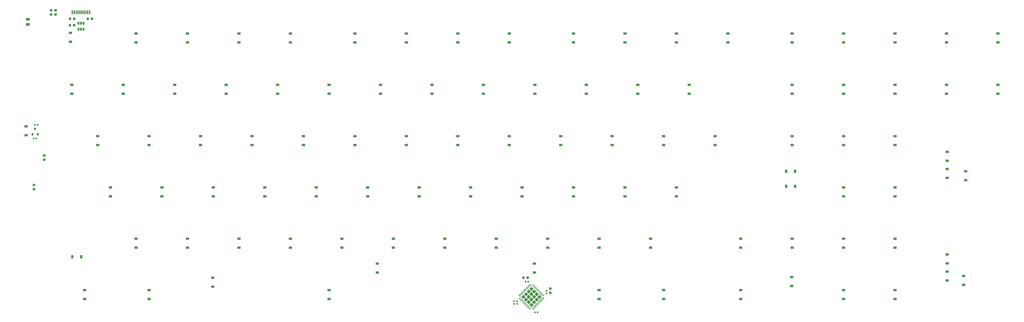
<source format=gbr>
G04 #@! TF.GenerationSoftware,KiCad,Pcbnew,(5.1.7)-1*
G04 #@! TF.CreationDate,2020-11-06T22:12:29-08:00*
G04 #@! TF.ProjectId,PCBV3,50434256-332e-46b6-9963-61645f706362,rev?*
G04 #@! TF.SameCoordinates,Original*
G04 #@! TF.FileFunction,Paste,Bot*
G04 #@! TF.FilePolarity,Positive*
%FSLAX46Y46*%
G04 Gerber Fmt 4.6, Leading zero omitted, Abs format (unit mm)*
G04 Created by KiCad (PCBNEW (5.1.7)-1) date 2020-11-06 22:12:29*
%MOMM*%
%LPD*%
G01*
G04 APERTURE LIST*
%ADD10R,0.900000X1.200000*%
%ADD11R,0.650000X1.060000*%
%ADD12R,1.200000X0.900000*%
%ADD13R,0.600000X1.450000*%
%ADD14R,0.300000X1.450000*%
%ADD15R,0.800000X0.900000*%
G04 APERTURE END LIST*
D10*
X107887500Y-173831250D03*
X111187500Y-173831250D03*
X372206250Y-142081250D03*
X375506250Y-142081250D03*
D11*
X111125000Y-87165000D03*
X112075000Y-87165000D03*
X110175000Y-87165000D03*
X110175000Y-89365000D03*
X111125000Y-89365000D03*
X112075000Y-89365000D03*
G36*
G01*
X108173000Y-88140250D02*
X108173000Y-87627750D01*
G75*
G02*
X108391750Y-87409000I218750J0D01*
G01*
X108829250Y-87409000D01*
G75*
G02*
X109048000Y-87627750I0J-218750D01*
G01*
X109048000Y-88140250D01*
G75*
G02*
X108829250Y-88359000I-218750J0D01*
G01*
X108391750Y-88359000D01*
G75*
G02*
X108173000Y-88140250I0J218750D01*
G01*
G37*
G36*
G01*
X106598000Y-88140250D02*
X106598000Y-87627750D01*
G75*
G02*
X106816750Y-87409000I218750J0D01*
G01*
X107254250Y-87409000D01*
G75*
G02*
X107473000Y-87627750I0J-218750D01*
G01*
X107473000Y-88140250D01*
G75*
G02*
X107254250Y-88359000I-218750J0D01*
G01*
X106816750Y-88359000D01*
G75*
G02*
X106598000Y-88140250I0J218750D01*
G01*
G37*
G36*
G01*
X114777000Y-85727250D02*
X114777000Y-85214750D01*
G75*
G02*
X114995750Y-84996000I218750J0D01*
G01*
X115433250Y-84996000D01*
G75*
G02*
X115652000Y-85214750I0J-218750D01*
G01*
X115652000Y-85727250D01*
G75*
G02*
X115433250Y-85946000I-218750J0D01*
G01*
X114995750Y-85946000D01*
G75*
G02*
X114777000Y-85727250I0J218750D01*
G01*
G37*
G36*
G01*
X113202000Y-85727250D02*
X113202000Y-85214750D01*
G75*
G02*
X113420750Y-84996000I218750J0D01*
G01*
X113858250Y-84996000D01*
G75*
G02*
X114077000Y-85214750I0J-218750D01*
G01*
X114077000Y-85727250D01*
G75*
G02*
X113858250Y-85946000I-218750J0D01*
G01*
X113420750Y-85946000D01*
G75*
G02*
X113202000Y-85727250I0J218750D01*
G01*
G37*
G36*
G01*
X107473000Y-85214750D02*
X107473000Y-85727250D01*
G75*
G02*
X107254250Y-85946000I-218750J0D01*
G01*
X106816750Y-85946000D01*
G75*
G02*
X106598000Y-85727250I0J218750D01*
G01*
X106598000Y-85214750D01*
G75*
G02*
X106816750Y-84996000I218750J0D01*
G01*
X107254250Y-84996000D01*
G75*
G02*
X107473000Y-85214750I0J-218750D01*
G01*
G37*
G36*
G01*
X109048000Y-85214750D02*
X109048000Y-85727250D01*
G75*
G02*
X108829250Y-85946000I-218750J0D01*
G01*
X108391750Y-85946000D01*
G75*
G02*
X108173000Y-85727250I0J218750D01*
G01*
X108173000Y-85214750D01*
G75*
G02*
X108391750Y-84996000I218750J0D01*
G01*
X108829250Y-84996000D01*
G75*
G02*
X109048000Y-85214750I0J-218750D01*
G01*
G37*
G36*
G01*
X101464400Y-83458800D02*
X101976900Y-83458800D01*
G75*
G02*
X102195650Y-83677550I0J-218750D01*
G01*
X102195650Y-84115050D01*
G75*
G02*
X101976900Y-84333800I-218750J0D01*
G01*
X101464400Y-84333800D01*
G75*
G02*
X101245650Y-84115050I0J218750D01*
G01*
X101245650Y-83677550D01*
G75*
G02*
X101464400Y-83458800I218750J0D01*
G01*
G37*
G36*
G01*
X101464400Y-81883800D02*
X101976900Y-81883800D01*
G75*
G02*
X102195650Y-82102550I0J-218750D01*
G01*
X102195650Y-82540050D01*
G75*
G02*
X101976900Y-82758800I-218750J0D01*
G01*
X101464400Y-82758800D01*
G75*
G02*
X101245650Y-82540050I0J218750D01*
G01*
X101245650Y-82102550D01*
G75*
G02*
X101464400Y-81883800I218750J0D01*
G01*
G37*
G36*
G01*
X100325900Y-82758800D02*
X99813400Y-82758800D01*
G75*
G02*
X99594650Y-82540050I0J218750D01*
G01*
X99594650Y-82102550D01*
G75*
G02*
X99813400Y-81883800I218750J0D01*
G01*
X100325900Y-81883800D01*
G75*
G02*
X100544650Y-82102550I0J-218750D01*
G01*
X100544650Y-82540050D01*
G75*
G02*
X100325900Y-82758800I-218750J0D01*
G01*
G37*
G36*
G01*
X100325900Y-84333800D02*
X99813400Y-84333800D01*
G75*
G02*
X99594650Y-84115050I0J218750D01*
G01*
X99594650Y-83677550D01*
G75*
G02*
X99813400Y-83458800I218750J0D01*
G01*
X100325900Y-83458800D01*
G75*
G02*
X100544650Y-83677550I0J-218750D01*
G01*
X100544650Y-84115050D01*
G75*
G02*
X100325900Y-84333800I-218750J0D01*
G01*
G37*
D12*
X90773250Y-128713500D03*
X90773250Y-125413500D03*
D13*
X114350000Y-83101250D03*
X107900000Y-83101250D03*
X113575000Y-83101250D03*
X108675000Y-83101250D03*
D14*
X109375000Y-83101250D03*
X112875000Y-83101250D03*
X109875000Y-83101250D03*
X112375000Y-83101250D03*
X110375000Y-83101250D03*
X111875000Y-83101250D03*
X111375000Y-83101250D03*
X110875000Y-83101250D03*
D15*
X94126050Y-126355600D03*
X93176050Y-128355600D03*
X95076050Y-128355600D03*
G36*
G01*
X278571314Y-193449475D02*
X278040984Y-192919145D01*
G75*
G02*
X278040984Y-192830757I44194J44194D01*
G01*
X278129372Y-192742369D01*
G75*
G02*
X278217760Y-192742369I44194J-44194D01*
G01*
X278748090Y-193272699D01*
G75*
G02*
X278748090Y-193361087I-44194J-44194D01*
G01*
X278659702Y-193449475D01*
G75*
G02*
X278571314Y-193449475I-44194J44194D01*
G01*
G37*
G36*
G01*
X278924867Y-193095922D02*
X278394537Y-192565592D01*
G75*
G02*
X278394537Y-192477204I44194J44194D01*
G01*
X278482925Y-192388816D01*
G75*
G02*
X278571313Y-192388816I44194J-44194D01*
G01*
X279101643Y-192919146D01*
G75*
G02*
X279101643Y-193007534I-44194J-44194D01*
G01*
X279013255Y-193095922D01*
G75*
G02*
X278924867Y-193095922I-44194J44194D01*
G01*
G37*
G36*
G01*
X279278421Y-192742368D02*
X278748091Y-192212038D01*
G75*
G02*
X278748091Y-192123650I44194J44194D01*
G01*
X278836479Y-192035262D01*
G75*
G02*
X278924867Y-192035262I44194J-44194D01*
G01*
X279455197Y-192565592D01*
G75*
G02*
X279455197Y-192653980I-44194J-44194D01*
G01*
X279366809Y-192742368D01*
G75*
G02*
X279278421Y-192742368I-44194J44194D01*
G01*
G37*
G36*
G01*
X279631974Y-192388815D02*
X279101644Y-191858485D01*
G75*
G02*
X279101644Y-191770097I44194J44194D01*
G01*
X279190032Y-191681709D01*
G75*
G02*
X279278420Y-191681709I44194J-44194D01*
G01*
X279808750Y-192212039D01*
G75*
G02*
X279808750Y-192300427I-44194J-44194D01*
G01*
X279720362Y-192388815D01*
G75*
G02*
X279631974Y-192388815I-44194J44194D01*
G01*
G37*
G36*
G01*
X279985527Y-192035262D02*
X279455197Y-191504932D01*
G75*
G02*
X279455197Y-191416544I44194J44194D01*
G01*
X279543585Y-191328156D01*
G75*
G02*
X279631973Y-191328156I44194J-44194D01*
G01*
X280162303Y-191858486D01*
G75*
G02*
X280162303Y-191946874I-44194J-44194D01*
G01*
X280073915Y-192035262D01*
G75*
G02*
X279985527Y-192035262I-44194J44194D01*
G01*
G37*
G36*
G01*
X280339081Y-191681708D02*
X279808751Y-191151378D01*
G75*
G02*
X279808751Y-191062990I44194J44194D01*
G01*
X279897139Y-190974602D01*
G75*
G02*
X279985527Y-190974602I44194J-44194D01*
G01*
X280515857Y-191504932D01*
G75*
G02*
X280515857Y-191593320I-44194J-44194D01*
G01*
X280427469Y-191681708D01*
G75*
G02*
X280339081Y-191681708I-44194J44194D01*
G01*
G37*
G36*
G01*
X280692634Y-191328155D02*
X280162304Y-190797825D01*
G75*
G02*
X280162304Y-190709437I44194J44194D01*
G01*
X280250692Y-190621049D01*
G75*
G02*
X280339080Y-190621049I44194J-44194D01*
G01*
X280869410Y-191151379D01*
G75*
G02*
X280869410Y-191239767I-44194J-44194D01*
G01*
X280781022Y-191328155D01*
G75*
G02*
X280692634Y-191328155I-44194J44194D01*
G01*
G37*
G36*
G01*
X281046188Y-190974601D02*
X280515858Y-190444271D01*
G75*
G02*
X280515858Y-190355883I44194J44194D01*
G01*
X280604246Y-190267495D01*
G75*
G02*
X280692634Y-190267495I44194J-44194D01*
G01*
X281222964Y-190797825D01*
G75*
G02*
X281222964Y-190886213I-44194J-44194D01*
G01*
X281134576Y-190974601D01*
G75*
G02*
X281046188Y-190974601I-44194J44194D01*
G01*
G37*
G36*
G01*
X281399741Y-190621048D02*
X280869411Y-190090718D01*
G75*
G02*
X280869411Y-190002330I44194J44194D01*
G01*
X280957799Y-189913942D01*
G75*
G02*
X281046187Y-189913942I44194J-44194D01*
G01*
X281576517Y-190444272D01*
G75*
G02*
X281576517Y-190532660I-44194J-44194D01*
G01*
X281488129Y-190621048D01*
G75*
G02*
X281399741Y-190621048I-44194J44194D01*
G01*
G37*
G36*
G01*
X281753294Y-190267495D02*
X281222964Y-189737165D01*
G75*
G02*
X281222964Y-189648777I44194J44194D01*
G01*
X281311352Y-189560389D01*
G75*
G02*
X281399740Y-189560389I44194J-44194D01*
G01*
X281930070Y-190090719D01*
G75*
G02*
X281930070Y-190179107I-44194J-44194D01*
G01*
X281841682Y-190267495D01*
G75*
G02*
X281753294Y-190267495I-44194J44194D01*
G01*
G37*
G36*
G01*
X282106848Y-189913941D02*
X281576518Y-189383611D01*
G75*
G02*
X281576518Y-189295223I44194J44194D01*
G01*
X281664906Y-189206835D01*
G75*
G02*
X281753294Y-189206835I44194J-44194D01*
G01*
X282283624Y-189737165D01*
G75*
G02*
X282283624Y-189825553I-44194J-44194D01*
G01*
X282195236Y-189913941D01*
G75*
G02*
X282106848Y-189913941I-44194J44194D01*
G01*
G37*
G36*
G01*
X282460401Y-189560388D02*
X281930071Y-189030058D01*
G75*
G02*
X281930071Y-188941670I44194J44194D01*
G01*
X282018459Y-188853282D01*
G75*
G02*
X282106847Y-188853282I44194J-44194D01*
G01*
X282637177Y-189383612D01*
G75*
G02*
X282637177Y-189472000I-44194J-44194D01*
G01*
X282548789Y-189560388D01*
G75*
G02*
X282460401Y-189560388I-44194J44194D01*
G01*
G37*
G36*
G01*
X282018459Y-188588116D02*
X281930071Y-188499728D01*
G75*
G02*
X281930071Y-188411340I44194J44194D01*
G01*
X282460401Y-187881010D01*
G75*
G02*
X282548789Y-187881010I44194J-44194D01*
G01*
X282637177Y-187969398D01*
G75*
G02*
X282637177Y-188057786I-44194J-44194D01*
G01*
X282106847Y-188588116D01*
G75*
G02*
X282018459Y-188588116I-44194J44194D01*
G01*
G37*
G36*
G01*
X281664906Y-188234563D02*
X281576518Y-188146175D01*
G75*
G02*
X281576518Y-188057787I44194J44194D01*
G01*
X282106848Y-187527457D01*
G75*
G02*
X282195236Y-187527457I44194J-44194D01*
G01*
X282283624Y-187615845D01*
G75*
G02*
X282283624Y-187704233I-44194J-44194D01*
G01*
X281753294Y-188234563D01*
G75*
G02*
X281664906Y-188234563I-44194J44194D01*
G01*
G37*
G36*
G01*
X281311352Y-187881009D02*
X281222964Y-187792621D01*
G75*
G02*
X281222964Y-187704233I44194J44194D01*
G01*
X281753294Y-187173903D01*
G75*
G02*
X281841682Y-187173903I44194J-44194D01*
G01*
X281930070Y-187262291D01*
G75*
G02*
X281930070Y-187350679I-44194J-44194D01*
G01*
X281399740Y-187881009D01*
G75*
G02*
X281311352Y-187881009I-44194J44194D01*
G01*
G37*
G36*
G01*
X280957799Y-187527456D02*
X280869411Y-187439068D01*
G75*
G02*
X280869411Y-187350680I44194J44194D01*
G01*
X281399741Y-186820350D01*
G75*
G02*
X281488129Y-186820350I44194J-44194D01*
G01*
X281576517Y-186908738D01*
G75*
G02*
X281576517Y-186997126I-44194J-44194D01*
G01*
X281046187Y-187527456D01*
G75*
G02*
X280957799Y-187527456I-44194J44194D01*
G01*
G37*
G36*
G01*
X280604246Y-187173903D02*
X280515858Y-187085515D01*
G75*
G02*
X280515858Y-186997127I44194J44194D01*
G01*
X281046188Y-186466797D01*
G75*
G02*
X281134576Y-186466797I44194J-44194D01*
G01*
X281222964Y-186555185D01*
G75*
G02*
X281222964Y-186643573I-44194J-44194D01*
G01*
X280692634Y-187173903D01*
G75*
G02*
X280604246Y-187173903I-44194J44194D01*
G01*
G37*
G36*
G01*
X280250692Y-186820349D02*
X280162304Y-186731961D01*
G75*
G02*
X280162304Y-186643573I44194J44194D01*
G01*
X280692634Y-186113243D01*
G75*
G02*
X280781022Y-186113243I44194J-44194D01*
G01*
X280869410Y-186201631D01*
G75*
G02*
X280869410Y-186290019I-44194J-44194D01*
G01*
X280339080Y-186820349D01*
G75*
G02*
X280250692Y-186820349I-44194J44194D01*
G01*
G37*
G36*
G01*
X279897139Y-186466796D02*
X279808751Y-186378408D01*
G75*
G02*
X279808751Y-186290020I44194J44194D01*
G01*
X280339081Y-185759690D01*
G75*
G02*
X280427469Y-185759690I44194J-44194D01*
G01*
X280515857Y-185848078D01*
G75*
G02*
X280515857Y-185936466I-44194J-44194D01*
G01*
X279985527Y-186466796D01*
G75*
G02*
X279897139Y-186466796I-44194J44194D01*
G01*
G37*
G36*
G01*
X279543585Y-186113242D02*
X279455197Y-186024854D01*
G75*
G02*
X279455197Y-185936466I44194J44194D01*
G01*
X279985527Y-185406136D01*
G75*
G02*
X280073915Y-185406136I44194J-44194D01*
G01*
X280162303Y-185494524D01*
G75*
G02*
X280162303Y-185582912I-44194J-44194D01*
G01*
X279631973Y-186113242D01*
G75*
G02*
X279543585Y-186113242I-44194J44194D01*
G01*
G37*
G36*
G01*
X279190032Y-185759689D02*
X279101644Y-185671301D01*
G75*
G02*
X279101644Y-185582913I44194J44194D01*
G01*
X279631974Y-185052583D01*
G75*
G02*
X279720362Y-185052583I44194J-44194D01*
G01*
X279808750Y-185140971D01*
G75*
G02*
X279808750Y-185229359I-44194J-44194D01*
G01*
X279278420Y-185759689D01*
G75*
G02*
X279190032Y-185759689I-44194J44194D01*
G01*
G37*
G36*
G01*
X278836479Y-185406136D02*
X278748091Y-185317748D01*
G75*
G02*
X278748091Y-185229360I44194J44194D01*
G01*
X279278421Y-184699030D01*
G75*
G02*
X279366809Y-184699030I44194J-44194D01*
G01*
X279455197Y-184787418D01*
G75*
G02*
X279455197Y-184875806I-44194J-44194D01*
G01*
X278924867Y-185406136D01*
G75*
G02*
X278836479Y-185406136I-44194J44194D01*
G01*
G37*
G36*
G01*
X278482925Y-185052582D02*
X278394537Y-184964194D01*
G75*
G02*
X278394537Y-184875806I44194J44194D01*
G01*
X278924867Y-184345476D01*
G75*
G02*
X279013255Y-184345476I44194J-44194D01*
G01*
X279101643Y-184433864D01*
G75*
G02*
X279101643Y-184522252I-44194J-44194D01*
G01*
X278571313Y-185052582D01*
G75*
G02*
X278482925Y-185052582I-44194J44194D01*
G01*
G37*
G36*
G01*
X278129372Y-184699029D02*
X278040984Y-184610641D01*
G75*
G02*
X278040984Y-184522253I44194J44194D01*
G01*
X278571314Y-183991923D01*
G75*
G02*
X278659702Y-183991923I44194J-44194D01*
G01*
X278748090Y-184080311D01*
G75*
G02*
X278748090Y-184168699I-44194J-44194D01*
G01*
X278217760Y-184699029D01*
G75*
G02*
X278129372Y-184699029I-44194J44194D01*
G01*
G37*
G36*
G01*
X277599042Y-184699029D02*
X277068712Y-184168699D01*
G75*
G02*
X277068712Y-184080311I44194J44194D01*
G01*
X277157100Y-183991923D01*
G75*
G02*
X277245488Y-183991923I44194J-44194D01*
G01*
X277775818Y-184522253D01*
G75*
G02*
X277775818Y-184610641I-44194J-44194D01*
G01*
X277687430Y-184699029D01*
G75*
G02*
X277599042Y-184699029I-44194J44194D01*
G01*
G37*
G36*
G01*
X277245489Y-185052582D02*
X276715159Y-184522252D01*
G75*
G02*
X276715159Y-184433864I44194J44194D01*
G01*
X276803547Y-184345476D01*
G75*
G02*
X276891935Y-184345476I44194J-44194D01*
G01*
X277422265Y-184875806D01*
G75*
G02*
X277422265Y-184964194I-44194J-44194D01*
G01*
X277333877Y-185052582D01*
G75*
G02*
X277245489Y-185052582I-44194J44194D01*
G01*
G37*
G36*
G01*
X276891935Y-185406136D02*
X276361605Y-184875806D01*
G75*
G02*
X276361605Y-184787418I44194J44194D01*
G01*
X276449993Y-184699030D01*
G75*
G02*
X276538381Y-184699030I44194J-44194D01*
G01*
X277068711Y-185229360D01*
G75*
G02*
X277068711Y-185317748I-44194J-44194D01*
G01*
X276980323Y-185406136D01*
G75*
G02*
X276891935Y-185406136I-44194J44194D01*
G01*
G37*
G36*
G01*
X276538382Y-185759689D02*
X276008052Y-185229359D01*
G75*
G02*
X276008052Y-185140971I44194J44194D01*
G01*
X276096440Y-185052583D01*
G75*
G02*
X276184828Y-185052583I44194J-44194D01*
G01*
X276715158Y-185582913D01*
G75*
G02*
X276715158Y-185671301I-44194J-44194D01*
G01*
X276626770Y-185759689D01*
G75*
G02*
X276538382Y-185759689I-44194J44194D01*
G01*
G37*
G36*
G01*
X276184829Y-186113242D02*
X275654499Y-185582912D01*
G75*
G02*
X275654499Y-185494524I44194J44194D01*
G01*
X275742887Y-185406136D01*
G75*
G02*
X275831275Y-185406136I44194J-44194D01*
G01*
X276361605Y-185936466D01*
G75*
G02*
X276361605Y-186024854I-44194J-44194D01*
G01*
X276273217Y-186113242D01*
G75*
G02*
X276184829Y-186113242I-44194J44194D01*
G01*
G37*
G36*
G01*
X275831275Y-186466796D02*
X275300945Y-185936466D01*
G75*
G02*
X275300945Y-185848078I44194J44194D01*
G01*
X275389333Y-185759690D01*
G75*
G02*
X275477721Y-185759690I44194J-44194D01*
G01*
X276008051Y-186290020D01*
G75*
G02*
X276008051Y-186378408I-44194J-44194D01*
G01*
X275919663Y-186466796D01*
G75*
G02*
X275831275Y-186466796I-44194J44194D01*
G01*
G37*
G36*
G01*
X275477722Y-186820349D02*
X274947392Y-186290019D01*
G75*
G02*
X274947392Y-186201631I44194J44194D01*
G01*
X275035780Y-186113243D01*
G75*
G02*
X275124168Y-186113243I44194J-44194D01*
G01*
X275654498Y-186643573D01*
G75*
G02*
X275654498Y-186731961I-44194J-44194D01*
G01*
X275566110Y-186820349D01*
G75*
G02*
X275477722Y-186820349I-44194J44194D01*
G01*
G37*
G36*
G01*
X275124168Y-187173903D02*
X274593838Y-186643573D01*
G75*
G02*
X274593838Y-186555185I44194J44194D01*
G01*
X274682226Y-186466797D01*
G75*
G02*
X274770614Y-186466797I44194J-44194D01*
G01*
X275300944Y-186997127D01*
G75*
G02*
X275300944Y-187085515I-44194J-44194D01*
G01*
X275212556Y-187173903D01*
G75*
G02*
X275124168Y-187173903I-44194J44194D01*
G01*
G37*
G36*
G01*
X274770615Y-187527456D02*
X274240285Y-186997126D01*
G75*
G02*
X274240285Y-186908738I44194J44194D01*
G01*
X274328673Y-186820350D01*
G75*
G02*
X274417061Y-186820350I44194J-44194D01*
G01*
X274947391Y-187350680D01*
G75*
G02*
X274947391Y-187439068I-44194J-44194D01*
G01*
X274859003Y-187527456D01*
G75*
G02*
X274770615Y-187527456I-44194J44194D01*
G01*
G37*
G36*
G01*
X274417062Y-187881009D02*
X273886732Y-187350679D01*
G75*
G02*
X273886732Y-187262291I44194J44194D01*
G01*
X273975120Y-187173903D01*
G75*
G02*
X274063508Y-187173903I44194J-44194D01*
G01*
X274593838Y-187704233D01*
G75*
G02*
X274593838Y-187792621I-44194J-44194D01*
G01*
X274505450Y-187881009D01*
G75*
G02*
X274417062Y-187881009I-44194J44194D01*
G01*
G37*
G36*
G01*
X274063508Y-188234563D02*
X273533178Y-187704233D01*
G75*
G02*
X273533178Y-187615845I44194J44194D01*
G01*
X273621566Y-187527457D01*
G75*
G02*
X273709954Y-187527457I44194J-44194D01*
G01*
X274240284Y-188057787D01*
G75*
G02*
X274240284Y-188146175I-44194J-44194D01*
G01*
X274151896Y-188234563D01*
G75*
G02*
X274063508Y-188234563I-44194J44194D01*
G01*
G37*
G36*
G01*
X273709955Y-188588116D02*
X273179625Y-188057786D01*
G75*
G02*
X273179625Y-187969398I44194J44194D01*
G01*
X273268013Y-187881010D01*
G75*
G02*
X273356401Y-187881010I44194J-44194D01*
G01*
X273886731Y-188411340D01*
G75*
G02*
X273886731Y-188499728I-44194J-44194D01*
G01*
X273798343Y-188588116D01*
G75*
G02*
X273709955Y-188588116I-44194J44194D01*
G01*
G37*
G36*
G01*
X273268013Y-189560388D02*
X273179625Y-189472000D01*
G75*
G02*
X273179625Y-189383612I44194J44194D01*
G01*
X273709955Y-188853282D01*
G75*
G02*
X273798343Y-188853282I44194J-44194D01*
G01*
X273886731Y-188941670D01*
G75*
G02*
X273886731Y-189030058I-44194J-44194D01*
G01*
X273356401Y-189560388D01*
G75*
G02*
X273268013Y-189560388I-44194J44194D01*
G01*
G37*
G36*
G01*
X273621566Y-189913941D02*
X273533178Y-189825553D01*
G75*
G02*
X273533178Y-189737165I44194J44194D01*
G01*
X274063508Y-189206835D01*
G75*
G02*
X274151896Y-189206835I44194J-44194D01*
G01*
X274240284Y-189295223D01*
G75*
G02*
X274240284Y-189383611I-44194J-44194D01*
G01*
X273709954Y-189913941D01*
G75*
G02*
X273621566Y-189913941I-44194J44194D01*
G01*
G37*
G36*
G01*
X273975120Y-190267495D02*
X273886732Y-190179107D01*
G75*
G02*
X273886732Y-190090719I44194J44194D01*
G01*
X274417062Y-189560389D01*
G75*
G02*
X274505450Y-189560389I44194J-44194D01*
G01*
X274593838Y-189648777D01*
G75*
G02*
X274593838Y-189737165I-44194J-44194D01*
G01*
X274063508Y-190267495D01*
G75*
G02*
X273975120Y-190267495I-44194J44194D01*
G01*
G37*
G36*
G01*
X274328673Y-190621048D02*
X274240285Y-190532660D01*
G75*
G02*
X274240285Y-190444272I44194J44194D01*
G01*
X274770615Y-189913942D01*
G75*
G02*
X274859003Y-189913942I44194J-44194D01*
G01*
X274947391Y-190002330D01*
G75*
G02*
X274947391Y-190090718I-44194J-44194D01*
G01*
X274417061Y-190621048D01*
G75*
G02*
X274328673Y-190621048I-44194J44194D01*
G01*
G37*
G36*
G01*
X274682226Y-190974601D02*
X274593838Y-190886213D01*
G75*
G02*
X274593838Y-190797825I44194J44194D01*
G01*
X275124168Y-190267495D01*
G75*
G02*
X275212556Y-190267495I44194J-44194D01*
G01*
X275300944Y-190355883D01*
G75*
G02*
X275300944Y-190444271I-44194J-44194D01*
G01*
X274770614Y-190974601D01*
G75*
G02*
X274682226Y-190974601I-44194J44194D01*
G01*
G37*
G36*
G01*
X275035780Y-191328155D02*
X274947392Y-191239767D01*
G75*
G02*
X274947392Y-191151379I44194J44194D01*
G01*
X275477722Y-190621049D01*
G75*
G02*
X275566110Y-190621049I44194J-44194D01*
G01*
X275654498Y-190709437D01*
G75*
G02*
X275654498Y-190797825I-44194J-44194D01*
G01*
X275124168Y-191328155D01*
G75*
G02*
X275035780Y-191328155I-44194J44194D01*
G01*
G37*
G36*
G01*
X275389333Y-191681708D02*
X275300945Y-191593320D01*
G75*
G02*
X275300945Y-191504932I44194J44194D01*
G01*
X275831275Y-190974602D01*
G75*
G02*
X275919663Y-190974602I44194J-44194D01*
G01*
X276008051Y-191062990D01*
G75*
G02*
X276008051Y-191151378I-44194J-44194D01*
G01*
X275477721Y-191681708D01*
G75*
G02*
X275389333Y-191681708I-44194J44194D01*
G01*
G37*
G36*
G01*
X275742887Y-192035262D02*
X275654499Y-191946874D01*
G75*
G02*
X275654499Y-191858486I44194J44194D01*
G01*
X276184829Y-191328156D01*
G75*
G02*
X276273217Y-191328156I44194J-44194D01*
G01*
X276361605Y-191416544D01*
G75*
G02*
X276361605Y-191504932I-44194J-44194D01*
G01*
X275831275Y-192035262D01*
G75*
G02*
X275742887Y-192035262I-44194J44194D01*
G01*
G37*
G36*
G01*
X276096440Y-192388815D02*
X276008052Y-192300427D01*
G75*
G02*
X276008052Y-192212039I44194J44194D01*
G01*
X276538382Y-191681709D01*
G75*
G02*
X276626770Y-191681709I44194J-44194D01*
G01*
X276715158Y-191770097D01*
G75*
G02*
X276715158Y-191858485I-44194J-44194D01*
G01*
X276184828Y-192388815D01*
G75*
G02*
X276096440Y-192388815I-44194J44194D01*
G01*
G37*
G36*
G01*
X276449993Y-192742368D02*
X276361605Y-192653980D01*
G75*
G02*
X276361605Y-192565592I44194J44194D01*
G01*
X276891935Y-192035262D01*
G75*
G02*
X276980323Y-192035262I44194J-44194D01*
G01*
X277068711Y-192123650D01*
G75*
G02*
X277068711Y-192212038I-44194J-44194D01*
G01*
X276538381Y-192742368D01*
G75*
G02*
X276449993Y-192742368I-44194J44194D01*
G01*
G37*
G36*
G01*
X276803547Y-193095922D02*
X276715159Y-193007534D01*
G75*
G02*
X276715159Y-192919146I44194J44194D01*
G01*
X277245489Y-192388816D01*
G75*
G02*
X277333877Y-192388816I44194J-44194D01*
G01*
X277422265Y-192477204D01*
G75*
G02*
X277422265Y-192565592I-44194J-44194D01*
G01*
X276891935Y-193095922D01*
G75*
G02*
X276803547Y-193095922I-44194J44194D01*
G01*
G37*
G36*
G01*
X277157100Y-193449475D02*
X277068712Y-193361087D01*
G75*
G02*
X277068712Y-193272699I44194J44194D01*
G01*
X277599042Y-192742369D01*
G75*
G02*
X277687430Y-192742369I44194J-44194D01*
G01*
X277775818Y-192830757D01*
G75*
G02*
X277775818Y-192919145I-44194J-44194D01*
G01*
X277245488Y-193449475D01*
G75*
G02*
X277157100Y-193449475I-44194J44194D01*
G01*
G37*
G36*
G01*
X277731624Y-186373105D02*
X277286147Y-185927628D01*
G75*
G02*
X277286147Y-185574074I176777J176777D01*
G01*
X277731624Y-185128597D01*
G75*
G02*
X278085178Y-185128597I176777J-176777D01*
G01*
X278530655Y-185574074D01*
G75*
G02*
X278530655Y-185927628I-176777J-176777D01*
G01*
X278085178Y-186373105D01*
G75*
G02*
X277731624Y-186373105I-176777J176777D01*
G01*
G37*
G36*
G01*
X278721573Y-187363054D02*
X278276096Y-186917577D01*
G75*
G02*
X278276096Y-186564023I176777J176777D01*
G01*
X278721573Y-186118546D01*
G75*
G02*
X279075127Y-186118546I176777J-176777D01*
G01*
X279520604Y-186564023D01*
G75*
G02*
X279520604Y-186917577I-176777J-176777D01*
G01*
X279075127Y-187363054D01*
G75*
G02*
X278721573Y-187363054I-176777J176777D01*
G01*
G37*
G36*
G01*
X279711523Y-188353004D02*
X279266046Y-187907527D01*
G75*
G02*
X279266046Y-187553973I176777J176777D01*
G01*
X279711523Y-187108496D01*
G75*
G02*
X280065077Y-187108496I176777J-176777D01*
G01*
X280510554Y-187553973D01*
G75*
G02*
X280510554Y-187907527I-176777J-176777D01*
G01*
X280065077Y-188353004D01*
G75*
G02*
X279711523Y-188353004I-176777J176777D01*
G01*
G37*
G36*
G01*
X280701472Y-189342953D02*
X280255995Y-188897476D01*
G75*
G02*
X280255995Y-188543922I176777J176777D01*
G01*
X280701472Y-188098445D01*
G75*
G02*
X281055026Y-188098445I176777J-176777D01*
G01*
X281500503Y-188543922D01*
G75*
G02*
X281500503Y-188897476I-176777J-176777D01*
G01*
X281055026Y-189342953D01*
G75*
G02*
X280701472Y-189342953I-176777J176777D01*
G01*
G37*
G36*
G01*
X276741675Y-187363054D02*
X276296198Y-186917577D01*
G75*
G02*
X276296198Y-186564023I176777J176777D01*
G01*
X276741675Y-186118546D01*
G75*
G02*
X277095229Y-186118546I176777J-176777D01*
G01*
X277540706Y-186564023D01*
G75*
G02*
X277540706Y-186917577I-176777J-176777D01*
G01*
X277095229Y-187363054D01*
G75*
G02*
X276741675Y-187363054I-176777J176777D01*
G01*
G37*
G36*
G01*
X277731624Y-188353004D02*
X277286147Y-187907527D01*
G75*
G02*
X277286147Y-187553973I176777J176777D01*
G01*
X277731624Y-187108496D01*
G75*
G02*
X278085178Y-187108496I176777J-176777D01*
G01*
X278530655Y-187553973D01*
G75*
G02*
X278530655Y-187907527I-176777J-176777D01*
G01*
X278085178Y-188353004D01*
G75*
G02*
X277731624Y-188353004I-176777J176777D01*
G01*
G37*
G36*
G01*
X278721573Y-189342953D02*
X278276096Y-188897476D01*
G75*
G02*
X278276096Y-188543922I176777J176777D01*
G01*
X278721573Y-188098445D01*
G75*
G02*
X279075127Y-188098445I176777J-176777D01*
G01*
X279520604Y-188543922D01*
G75*
G02*
X279520604Y-188897476I-176777J-176777D01*
G01*
X279075127Y-189342953D01*
G75*
G02*
X278721573Y-189342953I-176777J176777D01*
G01*
G37*
G36*
G01*
X279711523Y-190332902D02*
X279266046Y-189887425D01*
G75*
G02*
X279266046Y-189533871I176777J176777D01*
G01*
X279711523Y-189088394D01*
G75*
G02*
X280065077Y-189088394I176777J-176777D01*
G01*
X280510554Y-189533871D01*
G75*
G02*
X280510554Y-189887425I-176777J-176777D01*
G01*
X280065077Y-190332902D01*
G75*
G02*
X279711523Y-190332902I-176777J176777D01*
G01*
G37*
G36*
G01*
X275751725Y-188353004D02*
X275306248Y-187907527D01*
G75*
G02*
X275306248Y-187553973I176777J176777D01*
G01*
X275751725Y-187108496D01*
G75*
G02*
X276105279Y-187108496I176777J-176777D01*
G01*
X276550756Y-187553973D01*
G75*
G02*
X276550756Y-187907527I-176777J-176777D01*
G01*
X276105279Y-188353004D01*
G75*
G02*
X275751725Y-188353004I-176777J176777D01*
G01*
G37*
G36*
G01*
X276741675Y-189342953D02*
X276296198Y-188897476D01*
G75*
G02*
X276296198Y-188543922I176777J176777D01*
G01*
X276741675Y-188098445D01*
G75*
G02*
X277095229Y-188098445I176777J-176777D01*
G01*
X277540706Y-188543922D01*
G75*
G02*
X277540706Y-188897476I-176777J-176777D01*
G01*
X277095229Y-189342953D01*
G75*
G02*
X276741675Y-189342953I-176777J176777D01*
G01*
G37*
G36*
G01*
X277731624Y-190332902D02*
X277286147Y-189887425D01*
G75*
G02*
X277286147Y-189533871I176777J176777D01*
G01*
X277731624Y-189088394D01*
G75*
G02*
X278085178Y-189088394I176777J-176777D01*
G01*
X278530655Y-189533871D01*
G75*
G02*
X278530655Y-189887425I-176777J-176777D01*
G01*
X278085178Y-190332902D01*
G75*
G02*
X277731624Y-190332902I-176777J176777D01*
G01*
G37*
G36*
G01*
X278721573Y-191322852D02*
X278276096Y-190877375D01*
G75*
G02*
X278276096Y-190523821I176777J176777D01*
G01*
X278721573Y-190078344D01*
G75*
G02*
X279075127Y-190078344I176777J-176777D01*
G01*
X279520604Y-190523821D01*
G75*
G02*
X279520604Y-190877375I-176777J-176777D01*
G01*
X279075127Y-191322852D01*
G75*
G02*
X278721573Y-191322852I-176777J176777D01*
G01*
G37*
G36*
G01*
X274761776Y-189342953D02*
X274316299Y-188897476D01*
G75*
G02*
X274316299Y-188543922I176777J176777D01*
G01*
X274761776Y-188098445D01*
G75*
G02*
X275115330Y-188098445I176777J-176777D01*
G01*
X275560807Y-188543922D01*
G75*
G02*
X275560807Y-188897476I-176777J-176777D01*
G01*
X275115330Y-189342953D01*
G75*
G02*
X274761776Y-189342953I-176777J176777D01*
G01*
G37*
G36*
G01*
X275751725Y-190332902D02*
X275306248Y-189887425D01*
G75*
G02*
X275306248Y-189533871I176777J176777D01*
G01*
X275751725Y-189088394D01*
G75*
G02*
X276105279Y-189088394I176777J-176777D01*
G01*
X276550756Y-189533871D01*
G75*
G02*
X276550756Y-189887425I-176777J-176777D01*
G01*
X276105279Y-190332902D01*
G75*
G02*
X275751725Y-190332902I-176777J176777D01*
G01*
G37*
G36*
G01*
X276741675Y-191322852D02*
X276296198Y-190877375D01*
G75*
G02*
X276296198Y-190523821I176777J176777D01*
G01*
X276741675Y-190078344D01*
G75*
G02*
X277095229Y-190078344I176777J-176777D01*
G01*
X277540706Y-190523821D01*
G75*
G02*
X277540706Y-190877375I-176777J-176777D01*
G01*
X277095229Y-191322852D01*
G75*
G02*
X276741675Y-191322852I-176777J176777D01*
G01*
G37*
G36*
G01*
X277731624Y-192312801D02*
X277286147Y-191867324D01*
G75*
G02*
X277286147Y-191513770I176777J176777D01*
G01*
X277731624Y-191068293D01*
G75*
G02*
X278085178Y-191068293I176777J-176777D01*
G01*
X278530655Y-191513770D01*
G75*
G02*
X278530655Y-191867324I-176777J-176777D01*
G01*
X278085178Y-192312801D01*
G75*
G02*
X277731624Y-192312801I-176777J176777D01*
G01*
G37*
G36*
G01*
X97792250Y-136683000D02*
X97279750Y-136683000D01*
G75*
G02*
X97061000Y-136464250I0J218750D01*
G01*
X97061000Y-136026750D01*
G75*
G02*
X97279750Y-135808000I218750J0D01*
G01*
X97792250Y-135808000D01*
G75*
G02*
X98011000Y-136026750I0J-218750D01*
G01*
X98011000Y-136464250D01*
G75*
G02*
X97792250Y-136683000I-218750J0D01*
G01*
G37*
G36*
G01*
X97792250Y-138258000D02*
X97279750Y-138258000D01*
G75*
G02*
X97061000Y-138039250I0J218750D01*
G01*
X97061000Y-137601750D01*
G75*
G02*
X97279750Y-137383000I218750J0D01*
G01*
X97792250Y-137383000D01*
G75*
G02*
X98011000Y-137601750I0J-218750D01*
G01*
X98011000Y-138039250D01*
G75*
G02*
X97792250Y-138258000I-218750J0D01*
G01*
G37*
G36*
G01*
X93982250Y-147605000D02*
X93469750Y-147605000D01*
G75*
G02*
X93251000Y-147386250I0J218750D01*
G01*
X93251000Y-146948750D01*
G75*
G02*
X93469750Y-146730000I218750J0D01*
G01*
X93982250Y-146730000D01*
G75*
G02*
X94201000Y-146948750I0J-218750D01*
G01*
X94201000Y-147386250D01*
G75*
G02*
X93982250Y-147605000I-218750J0D01*
G01*
G37*
G36*
G01*
X93982250Y-149180000D02*
X93469750Y-149180000D01*
G75*
G02*
X93251000Y-148961250I0J218750D01*
G01*
X93251000Y-148523750D01*
G75*
G02*
X93469750Y-148305000I218750J0D01*
G01*
X93982250Y-148305000D01*
G75*
G02*
X94201000Y-148523750I0J-218750D01*
G01*
X94201000Y-148961250D01*
G75*
G02*
X93982250Y-149180000I-218750J0D01*
G01*
G37*
G36*
G01*
X91896250Y-86164000D02*
X90983750Y-86164000D01*
G75*
G02*
X90740000Y-85920250I0J243750D01*
G01*
X90740000Y-85432750D01*
G75*
G02*
X90983750Y-85189000I243750J0D01*
G01*
X91896250Y-85189000D01*
G75*
G02*
X92140000Y-85432750I0J-243750D01*
G01*
X92140000Y-85920250D01*
G75*
G02*
X91896250Y-86164000I-243750J0D01*
G01*
G37*
G36*
G01*
X91896250Y-88039000D02*
X90983750Y-88039000D01*
G75*
G02*
X90740000Y-87795250I0J243750D01*
G01*
X90740000Y-87307750D01*
G75*
G02*
X90983750Y-87064000I243750J0D01*
G01*
X91896250Y-87064000D01*
G75*
G02*
X92140000Y-87307750I0J-243750D01*
G01*
X92140000Y-87795250D01*
G75*
G02*
X91896250Y-88039000I-243750J0D01*
G01*
G37*
G36*
G01*
X94265250Y-130093500D02*
X94265250Y-129748500D01*
G75*
G02*
X94412750Y-129601000I147500J0D01*
G01*
X94707750Y-129601000D01*
G75*
G02*
X94855250Y-129748500I0J-147500D01*
G01*
X94855250Y-130093500D01*
G75*
G02*
X94707750Y-130241000I-147500J0D01*
G01*
X94412750Y-130241000D01*
G75*
G02*
X94265250Y-130093500I0J147500D01*
G01*
G37*
G36*
G01*
X93295250Y-130093500D02*
X93295250Y-129748500D01*
G75*
G02*
X93442750Y-129601000I147500J0D01*
G01*
X93737750Y-129601000D01*
G75*
G02*
X93885250Y-129748500I0J-147500D01*
G01*
X93885250Y-130093500D01*
G75*
G02*
X93737750Y-130241000I-147500J0D01*
G01*
X93442750Y-130241000D01*
G75*
G02*
X93295250Y-130093500I0J147500D01*
G01*
G37*
G36*
G01*
X94773250Y-125013500D02*
X94773250Y-124668500D01*
G75*
G02*
X94920750Y-124521000I147500J0D01*
G01*
X95215750Y-124521000D01*
G75*
G02*
X95363250Y-124668500I0J-147500D01*
G01*
X95363250Y-125013500D01*
G75*
G02*
X95215750Y-125161000I-147500J0D01*
G01*
X94920750Y-125161000D01*
G75*
G02*
X94773250Y-125013500I0J147500D01*
G01*
G37*
G36*
G01*
X93803250Y-125013500D02*
X93803250Y-124668500D01*
G75*
G02*
X93950750Y-124521000I147500J0D01*
G01*
X94245750Y-124521000D01*
G75*
G02*
X94393250Y-124668500I0J-147500D01*
G01*
X94393250Y-125013500D01*
G75*
G02*
X94245750Y-125161000I-147500J0D01*
G01*
X93950750Y-125161000D01*
G75*
G02*
X93803250Y-125013500I0J147500D01*
G01*
G37*
G36*
G01*
X272452050Y-191020200D02*
X272797050Y-191020200D01*
G75*
G02*
X272944550Y-191167700I0J-147500D01*
G01*
X272944550Y-191462700D01*
G75*
G02*
X272797050Y-191610200I-147500J0D01*
G01*
X272452050Y-191610200D01*
G75*
G02*
X272304550Y-191462700I0J147500D01*
G01*
X272304550Y-191167700D01*
G75*
G02*
X272452050Y-191020200I147500J0D01*
G01*
G37*
G36*
G01*
X272452050Y-190050200D02*
X272797050Y-190050200D01*
G75*
G02*
X272944550Y-190197700I0J-147500D01*
G01*
X272944550Y-190492700D01*
G75*
G02*
X272797050Y-190640200I-147500J0D01*
G01*
X272452050Y-190640200D01*
G75*
G02*
X272304550Y-190492700I0J147500D01*
G01*
X272304550Y-190197700D01*
G75*
G02*
X272452050Y-190050200I147500J0D01*
G01*
G37*
G36*
G01*
X275367000Y-181353750D02*
X275367000Y-181866250D01*
G75*
G02*
X275148250Y-182085000I-218750J0D01*
G01*
X274710750Y-182085000D01*
G75*
G02*
X274492000Y-181866250I0J218750D01*
G01*
X274492000Y-181353750D01*
G75*
G02*
X274710750Y-181135000I218750J0D01*
G01*
X275148250Y-181135000D01*
G75*
G02*
X275367000Y-181353750I0J-218750D01*
G01*
G37*
G36*
G01*
X276942000Y-181353750D02*
X276942000Y-181866250D01*
G75*
G02*
X276723250Y-182085000I-218750J0D01*
G01*
X276285750Y-182085000D01*
G75*
G02*
X276067000Y-181866250I0J218750D01*
G01*
X276067000Y-181353750D01*
G75*
G02*
X276285750Y-181135000I218750J0D01*
G01*
X276723250Y-181135000D01*
G75*
G02*
X276942000Y-181353750I0J-218750D01*
G01*
G37*
G36*
G01*
X271258250Y-191020200D02*
X271603250Y-191020200D01*
G75*
G02*
X271750750Y-191167700I0J-147500D01*
G01*
X271750750Y-191462700D01*
G75*
G02*
X271603250Y-191610200I-147500J0D01*
G01*
X271258250Y-191610200D01*
G75*
G02*
X271110750Y-191462700I0J147500D01*
G01*
X271110750Y-191167700D01*
G75*
G02*
X271258250Y-191020200I147500J0D01*
G01*
G37*
G36*
G01*
X271258250Y-190050200D02*
X271603250Y-190050200D01*
G75*
G02*
X271750750Y-190197700I0J-147500D01*
G01*
X271750750Y-190492700D01*
G75*
G02*
X271603250Y-190640200I-147500J0D01*
G01*
X271258250Y-190640200D01*
G75*
G02*
X271110750Y-190492700I0J147500D01*
G01*
X271110750Y-190197700D01*
G75*
G02*
X271258250Y-190050200I147500J0D01*
G01*
G37*
G36*
G01*
X279875750Y-194609500D02*
X279875750Y-194264500D01*
G75*
G02*
X280023250Y-194117000I147500J0D01*
G01*
X280318250Y-194117000D01*
G75*
G02*
X280465750Y-194264500I0J-147500D01*
G01*
X280465750Y-194609500D01*
G75*
G02*
X280318250Y-194757000I-147500J0D01*
G01*
X280023250Y-194757000D01*
G75*
G02*
X279875750Y-194609500I0J147500D01*
G01*
G37*
G36*
G01*
X278905750Y-194609500D02*
X278905750Y-194264500D01*
G75*
G02*
X279053250Y-194117000I147500J0D01*
G01*
X279348250Y-194117000D01*
G75*
G02*
X279495750Y-194264500I0J-147500D01*
G01*
X279495750Y-194609500D01*
G75*
G02*
X279348250Y-194757000I-147500J0D01*
G01*
X279053250Y-194757000D01*
G75*
G02*
X278905750Y-194609500I0J147500D01*
G01*
G37*
G36*
G01*
X283693650Y-186779400D02*
X283348650Y-186779400D01*
G75*
G02*
X283201150Y-186631900I0J147500D01*
G01*
X283201150Y-186336900D01*
G75*
G02*
X283348650Y-186189400I147500J0D01*
G01*
X283693650Y-186189400D01*
G75*
G02*
X283841150Y-186336900I0J-147500D01*
G01*
X283841150Y-186631900D01*
G75*
G02*
X283693650Y-186779400I-147500J0D01*
G01*
G37*
G36*
G01*
X283693650Y-187749400D02*
X283348650Y-187749400D01*
G75*
G02*
X283201150Y-187601900I0J147500D01*
G01*
X283201150Y-187306900D01*
G75*
G02*
X283348650Y-187159400I147500J0D01*
G01*
X283693650Y-187159400D01*
G75*
G02*
X283841150Y-187306900I0J-147500D01*
G01*
X283841150Y-187601900D01*
G75*
G02*
X283693650Y-187749400I-147500J0D01*
G01*
G37*
G36*
G01*
X285149000Y-186086000D02*
X284636500Y-186086000D01*
G75*
G02*
X284417750Y-185867250I0J218750D01*
G01*
X284417750Y-185429750D01*
G75*
G02*
X284636500Y-185211000I218750J0D01*
G01*
X285149000Y-185211000D01*
G75*
G02*
X285367750Y-185429750I0J-218750D01*
G01*
X285367750Y-185867250D01*
G75*
G02*
X285149000Y-186086000I-218750J0D01*
G01*
G37*
G36*
G01*
X285149000Y-187661000D02*
X284636500Y-187661000D01*
G75*
G02*
X284417750Y-187442250I0J218750D01*
G01*
X284417750Y-187004750D01*
G75*
G02*
X284636500Y-186786000I218750J0D01*
G01*
X285149000Y-186786000D01*
G75*
G02*
X285367750Y-187004750I0J-218750D01*
G01*
X285367750Y-187442250D01*
G75*
G02*
X285149000Y-187661000I-218750J0D01*
G01*
G37*
G36*
G01*
X276041350Y-182885300D02*
X276041350Y-183230300D01*
G75*
G02*
X275893850Y-183377800I-147500J0D01*
G01*
X275598850Y-183377800D01*
G75*
G02*
X275451350Y-183230300I0J147500D01*
G01*
X275451350Y-182885300D01*
G75*
G02*
X275598850Y-182737800I147500J0D01*
G01*
X275893850Y-182737800D01*
G75*
G02*
X276041350Y-182885300I0J-147500D01*
G01*
G37*
G36*
G01*
X277011350Y-182885300D02*
X277011350Y-183230300D01*
G75*
G02*
X276863850Y-183377800I-147500J0D01*
G01*
X276568850Y-183377800D01*
G75*
G02*
X276421350Y-183230300I0J147500D01*
G01*
X276421350Y-182885300D01*
G75*
G02*
X276568850Y-182737800I147500J0D01*
G01*
X276863850Y-182737800D01*
G75*
G02*
X277011350Y-182885300I0J-147500D01*
G01*
G37*
D12*
X107188000Y-90679000D03*
X107188000Y-93979000D03*
X131556250Y-90925000D03*
X131556250Y-94225000D03*
X150606250Y-90925000D03*
X150606250Y-94225000D03*
X169656250Y-90925000D03*
X169656250Y-94225000D03*
X188706250Y-90925000D03*
X188706250Y-94225000D03*
X212518750Y-90925000D03*
X212518750Y-94225000D03*
X231568750Y-90925000D03*
X231568750Y-94225000D03*
X250618750Y-90925000D03*
X250618750Y-94225000D03*
X269668750Y-90925000D03*
X269668750Y-94225000D03*
X293481250Y-90925000D03*
X293481250Y-94225000D03*
X312531250Y-90925000D03*
X312531250Y-94225000D03*
X331581250Y-90925000D03*
X331581250Y-94225000D03*
X350631250Y-90925000D03*
X350631250Y-94225000D03*
X374443750Y-90925000D03*
X374443750Y-94225000D03*
X393493750Y-90925000D03*
X393493750Y-94225000D03*
X412543750Y-90925000D03*
X412543750Y-94225000D03*
X431593750Y-90925000D03*
X431593750Y-94225000D03*
X450643750Y-90925000D03*
X450643750Y-94225000D03*
X107743750Y-109975000D03*
X107743750Y-113275000D03*
X126793750Y-109975000D03*
X126793750Y-113275000D03*
X145843750Y-109975000D03*
X145843750Y-113275000D03*
X164893750Y-109975000D03*
X164893750Y-113275000D03*
X183943750Y-109975000D03*
X183943750Y-113275000D03*
X202993750Y-109975000D03*
X202993750Y-113275000D03*
X222043750Y-109975000D03*
X222043750Y-113275000D03*
X241093750Y-109975000D03*
X241093750Y-113275000D03*
X260143750Y-109975000D03*
X260143750Y-113275000D03*
X279193750Y-109975000D03*
X279193750Y-113275000D03*
X298243750Y-109975000D03*
X298243750Y-113275000D03*
X317293750Y-109975000D03*
X317293750Y-113275000D03*
X336343750Y-109975000D03*
X336343750Y-113275000D03*
X374443750Y-109975000D03*
X374443750Y-113275000D03*
X393493750Y-109975000D03*
X393493750Y-113275000D03*
X412543750Y-109975000D03*
X412543750Y-113275000D03*
X431593750Y-109975000D03*
X431593750Y-113275000D03*
X450643750Y-109975000D03*
X450643750Y-113275000D03*
X117268750Y-129025000D03*
X117268750Y-132325000D03*
X136318750Y-129025000D03*
X136318750Y-132325000D03*
X155368750Y-129025000D03*
X155368750Y-132325000D03*
X174418750Y-129025000D03*
X174418750Y-132325000D03*
X193468750Y-129025000D03*
X193468750Y-132325000D03*
X212518750Y-129025000D03*
X212518750Y-132325000D03*
X231568750Y-129025000D03*
X231568750Y-132325000D03*
X250618750Y-129025000D03*
X250618750Y-132325000D03*
X269668750Y-129025000D03*
X269668750Y-132325000D03*
X288718750Y-129025000D03*
X288718750Y-132325000D03*
X307768750Y-129025000D03*
X307768750Y-132325000D03*
X326818750Y-129025000D03*
X326818750Y-132325000D03*
X345868750Y-129025000D03*
X345868750Y-132325000D03*
X374443750Y-129025000D03*
X374443750Y-132325000D03*
X393493750Y-129025000D03*
X393493750Y-132325000D03*
X412543750Y-129025000D03*
X412543750Y-132325000D03*
X431800000Y-134875000D03*
X431800000Y-138175000D03*
X122031250Y-148075000D03*
X122031250Y-151375000D03*
X141081250Y-148075000D03*
X141081250Y-151375000D03*
X160131250Y-148075000D03*
X160131250Y-151375000D03*
X179181250Y-148075000D03*
X179181250Y-151375000D03*
X198231250Y-148075000D03*
X198231250Y-151375000D03*
X217281250Y-148075000D03*
X217281250Y-151375000D03*
X236331250Y-148075000D03*
X236331250Y-151375000D03*
X255381250Y-148075000D03*
X255381250Y-151375000D03*
X274431250Y-148075000D03*
X274431250Y-151375000D03*
X293481250Y-148075000D03*
X293481250Y-151375000D03*
X312531250Y-148075000D03*
X312531250Y-151375000D03*
X331581250Y-148075000D03*
X331581250Y-151375000D03*
D10*
X372206250Y-147637500D03*
X375506250Y-147637500D03*
D12*
X393493750Y-148075000D03*
X393493750Y-151375000D03*
X412543750Y-148075000D03*
X412543750Y-151375000D03*
X431800000Y-141225000D03*
X431800000Y-144525000D03*
X438658000Y-142114000D03*
X438658000Y-145414000D03*
X131556250Y-167125000D03*
X131556250Y-170425000D03*
X150606250Y-167125000D03*
X150606250Y-170425000D03*
X169656250Y-167125000D03*
X169656250Y-170425000D03*
X188706250Y-167125000D03*
X188706250Y-170425000D03*
X207756250Y-167125000D03*
X207756250Y-170425000D03*
X226806250Y-167125000D03*
X226806250Y-170425000D03*
X245856250Y-167125000D03*
X245856250Y-170425000D03*
X264906250Y-167125000D03*
X264906250Y-170425000D03*
X283956250Y-167125000D03*
X283956250Y-170425000D03*
X303006250Y-167125000D03*
X303006250Y-170425000D03*
X322056250Y-167125000D03*
X322056250Y-170425000D03*
X355393750Y-167125000D03*
X355393750Y-170425000D03*
X374443750Y-167125000D03*
X374443750Y-170425000D03*
X393493750Y-167125000D03*
X393493750Y-170425000D03*
X412543750Y-167125000D03*
X412543750Y-170425000D03*
X431800000Y-172975000D03*
X431800000Y-176275000D03*
X112506250Y-186175000D03*
X112506250Y-189475000D03*
X136318750Y-186175000D03*
X136318750Y-189475000D03*
X159893000Y-181611000D03*
X159893000Y-184911000D03*
X202993750Y-186175000D03*
X202993750Y-189475000D03*
X220853000Y-179704000D03*
X220853000Y-176404000D03*
X279019000Y-179704000D03*
X279019000Y-176404000D03*
X303006250Y-186175000D03*
X303006250Y-189475000D03*
X326818750Y-186175000D03*
X326818750Y-189475000D03*
X355393750Y-186175000D03*
X355393750Y-189475000D03*
X374269000Y-181357000D03*
X374269000Y-184657000D03*
X393493750Y-186175000D03*
X393493750Y-189475000D03*
X412543750Y-186175000D03*
X412543750Y-189475000D03*
X431800000Y-179325000D03*
X431800000Y-182625000D03*
X437896000Y-180976000D03*
X437896000Y-184276000D03*
M02*

</source>
